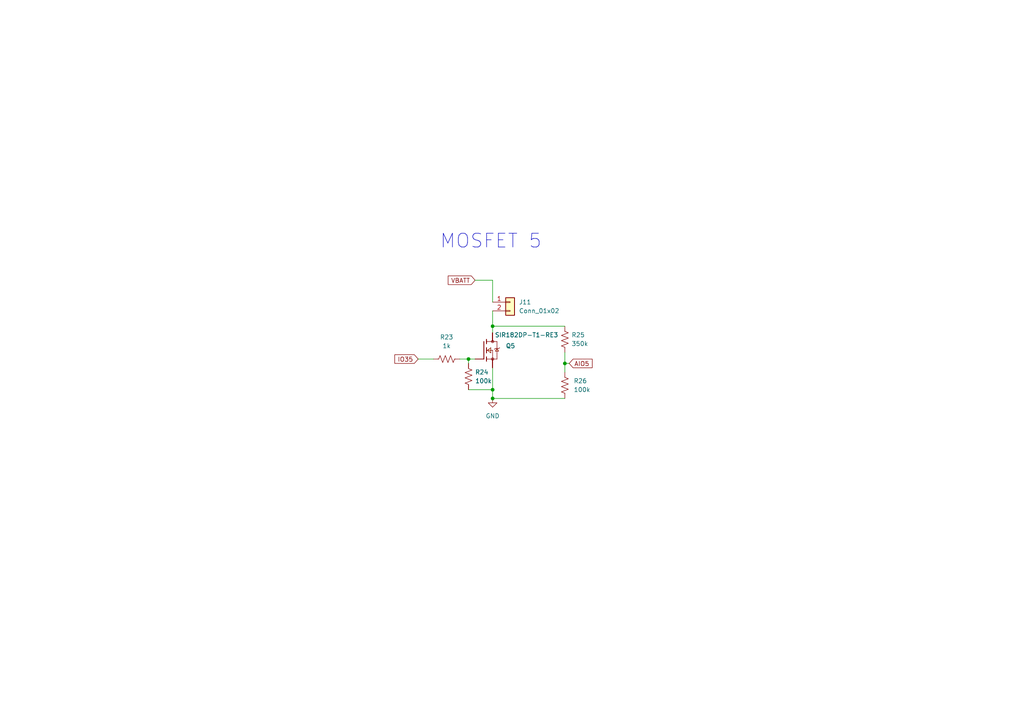
<source format=kicad_sch>
(kicad_sch (version 20211123) (generator eeschema)
  (paper "A4")
  (lib_symbols
    (symbol "Connector_Generic:Conn_01x02" (pin_names (offset 1.016) hide)
      (property "Reference" "J" (at 0 2.54 0))
      (property "Value" "Conn_01x02" (at 0 -5.08 0))
      (symbol "Conn_01x02_1_1"
        (rectangle (start -1.27 -2.413) (end 0 -2.667) (stroke (width 0.1524)))
        (rectangle (start -1.27 0.127) (end 0 -0.127) (stroke (width 0.1524)))
        (rectangle (start -1.27 1.27) (end 1.27 -3.81) (stroke (width 0.254)) (fill (type background)))
        (pin passive line (at -5.08 0 0) (length 3.81) (name "Pin_1") (number "1"))
        (pin passive line (at -5.08 -2.54 0) (length 3.81) (name "Pin_2") (number "2"))
      )
    )
    (symbol "Device:R_US" (pin_numbers hide) (pin_names (offset 0))
      (property "Reference" "R" (at 2.54 0 90))
      (property "Value" "R_US" (at -2.54 0 90))
      (symbol "R_US_0_1"
        (polyline (pts (xy 0 -2.286) (xy 0 -2.54)))
        (polyline (pts (xy 0 2.286) (xy 0 2.54)))
        (polyline (pts (xy 0 -0.762) (xy 1.016 -1.143) (xy 0 -1.524) (xy -1.016 -1.905) (xy 0 -2.286)))
        (polyline (pts (xy 0 0.762) (xy 1.016 0.381) (xy 0 0) (xy -1.016 -0.381) (xy 0 -0.762)))
        (polyline (pts (xy 0 2.286) (xy 1.016 1.905) (xy 0 1.524) (xy -1.016 1.143) (xy 0 0.762)))
      )
      (symbol "R_US_1_1"
        (pin passive line (at 0 3.81 270) (length 1.27) (name "~") (number "1"))
        (pin passive line (at 0 -3.81 90) (length 1.27) (name "~") (number "2"))
      )
    )
    (symbol "SIR182DP-T1-RE3:SIR182DP-T1-RE3" (pin_numbers hide) (pin_names (offset 1.016) hide)
      (property "Reference" "Q" (at -8.89 2.54 0))
      (property "Value" "SIR182DP-T1-RE3" (at 12.7 -3.81 0))
      (symbol "SIR182DP-T1-RE3_0_0"
        (polyline (pts (xy 0 2.54) (xy 0 -2.54)) (stroke (width 0.254)))
        (polyline (pts (xy 0.762 -2.54) (xy 0.762 -3.175)) (stroke (width 0.254)))
        (polyline (pts (xy 0.762 -1.905) (xy 0.762 -2.54)) (stroke (width 0.254)))
        (polyline (pts (xy 0.762 0) (xy 0.762 -0.762)) (stroke (width 0.254)))
        (polyline (pts (xy 0.762 0) (xy 2.54 0)) (stroke (width 0.1524)))
        (polyline (pts (xy 0.762 0.762) (xy 0.762 0)) (stroke (width 0.254)))
        (polyline (pts (xy 0.762 2.54) (xy 0.762 1.905)) (stroke (width 0.254)))
        (polyline (pts (xy 0.762 2.54) (xy 3.81 2.54)) (stroke (width 0.1524)))
        (polyline (pts (xy 0.762 3.175) (xy 0.762 2.54)) (stroke (width 0.254)))
        (polyline (pts (xy 2.54 -2.54) (xy 0.762 -2.54)) (stroke (width 0.1524)))
        (polyline (pts (xy 2.54 -2.54) (xy 3.81 -2.54)) (stroke (width 0.1524)))
        (polyline (pts (xy 2.54 0) (xy 2.54 -2.54)) (stroke (width 0.1524)))
        (polyline (pts (xy 3.302 0.508) (xy 3.048 0.254)) (stroke (width 0.1524)))
        (polyline (pts (xy 3.81 0.508) (xy 3.302 0.508)) (stroke (width 0.1524)))
        (polyline (pts (xy 3.81 0.508) (xy 3.81 -2.54)) (stroke (width 0.1524)))
        (polyline (pts (xy 3.81 2.54) (xy 3.81 0.508)) (stroke (width 0.1524)))
        (polyline (pts (xy 4.318 0.508) (xy 3.81 0.508)) (stroke (width 0.1524)))
        (polyline (pts (xy 4.572 0.762) (xy 4.318 0.508)) (stroke (width 0.1524)))
        (polyline (pts (xy 1.016 0) (xy 2.032 0.762) (xy 2.032 -0.762) (xy 1.016 0)) (stroke (width 0.1524)) (fill (type background)))
        (polyline (pts (xy 3.81 0.508) (xy 3.302 -0.254) (xy 4.318 -0.254) (xy 3.81 0.508)) (stroke (width 0.1524)) (fill (type background)))
        (circle (center 2.54 -2.54) (radius 0.3556))
        (circle (center 2.54 2.54) (radius 0.3556))
        (pin passive line (at 2.54 -5.08 90) (length 2.54) (name "~") (number "1"))
        (pin passive line (at 2.54 -5.08 90) (length 2.54) (name "~") (number "2"))
        (pin passive line (at 2.54 -5.08 90) (length 2.54) (name "~") (number "3"))
        (pin passive line (at -2.54 -2.54 0) (length 2.54) (name "~") (number "4"))
        (pin passive line (at 2.54 5.08 270) (length 2.54) (name "~") (number "5"))
        (pin passive line (at 2.54 5.08 270) (length 2.54) (name "~") (number "6"))
        (pin passive line (at 2.54 5.08 270) (length 2.54) (name "~") (number "7"))
        (pin passive line (at 2.54 5.08 270) (length 2.54) (name "~") (number "8"))
        (pin passive line (at 2.54 5.08 270) (length 2.54) (name "~") (number "9"))
      )
    )
    (symbol "power:GND" (power) (pin_names (offset 0))
      (property "Value" "GND" (at 0 -3.81 0))
      (symbol "GND_0_1"
        (polyline (pts (xy 0 0) (xy 0 -1.27) (xy 1.27 -1.27) (xy 0 -2.54) (xy -1.27 -1.27) (xy 0 -1.27)))
      )
      (symbol "GND_1_1"
        (pin power_in line (at 0 0 270) (length 0) hide (name "GND") (number "1"))
      )
    )
  )
  (junction (at 142.875 94.615))
  (junction (at 135.89 104.14))
  (junction (at 142.875 113.03))
  (junction (at 142.875 115.57))
  (junction (at 163.83 105.41))
  (wire (pts (xy 163.83 105.41) (xy 163.83 107.95)))
  (wire (pts (xy 142.875 94.615) (xy 163.83 94.615)))
  (wire (pts (xy 163.83 102.235) (xy 163.83 105.41)))
  (wire (pts (xy 135.89 104.14) (xy 137.795 104.14)))
  (wire (pts (xy 142.875 90.17) (xy 142.875 94.615)))
  (wire (pts (xy 142.875 94.615) (xy 142.875 96.52)))
  (wire (pts (xy 142.875 113.03) (xy 142.875 115.57)))
  (wire (pts (xy 135.89 104.14) (xy 135.89 105.41)))
  (wire (pts (xy 163.83 105.41) (xy 165.1 105.41)))
  (wire (pts (xy 163.83 115.57) (xy 142.875 115.57)))
  (wire (pts (xy 137.795 81.28) (xy 142.875 81.28)))
  (wire (pts (xy 133.35 104.14) (xy 135.89 104.14)))
  (wire (pts (xy 121.285 104.14) (xy 125.73 104.14)))
  (wire (pts (xy 142.875 81.28) (xy 142.875 87.63)))
  (wire (pts (xy 135.89 113.03) (xy 142.875 113.03)))
  (wire (pts (xy 142.875 106.68) (xy 142.875 113.03)))
  (text " MOSFET 5" (at 124.46 72.39 0) (effects (font (size 4 4)) (justify left bottom)))
  (global_label "AIO5" (shape input) (at 165.1 105.41 0) (property "Intersheet References" "${INTERSHEET_REFS}" (effects hide)))
  (global_label "VBATT" (shape input) (at 137.795 81.28 180) (property "Intersheet References" "${INTERSHEET_REFS}" (effects hide)))
  (global_label "IO35" (shape input) (at 121.285 104.14 180) (property "Intersheet References" "${INTERSHEET_REFS}" (effects hide)))
  (symbol (lib_id "Device:R_US") (at 135.89 109.22 180) (unit 1)
    (property "Reference" "R24" (at 137.795 107.9499 0) (effects (justify right)))
    (property "Value" "100k" (at 137.795 110.4899 0) (effects (justify right)))
    (property "Footprint" "Resistor_SMD:R_0603_1608Metric" (effects hide))
  )
  (symbol (lib_id "Device:R_US") (at 163.83 111.76 0) (unit 1)
    (property "Reference" "R26" (at 166.37 110.4899 0) (effects (justify left)))
    (property "Value" "100k" (at 166.37 113.0299 0) (effects (justify left)))
    (property "Footprint" "Resistor_SMD:R_0603_1608Metric" (effects hide))
  )
  (symbol (lib_id "SIR182DP-T1-RE3:SIR182DP-T1-RE3") (at 140.335 101.6 0) (unit 1)
    (property "Reference" "Q5" (at 146.685 100.3299 0) (effects (justify left)))
    (property "Value" "SIR182DP-T1-RE3" (at 143.51 97.155 0) (effects (justify left)))
    (property "Footprint" "Global Footprints:TRANS_SIR182DP-T1-RE3" (effects hide))
    (property "PARTREV" "B" (effects hide))
    (property "MF" "Vishay" (effects hide))
    (property "STANDARD" "Manufacturer Recommendations" (effects hide))
  )
  (symbol (lib_id "Connector_Generic:Conn_01x02") (at 147.955 87.63 0) (unit 1)
    (property "Reference" "J11" (at 150.495 87.6299 0) (effects (justify left)))
    (property "Value" "Conn_01x02" (at 150.495 90.1699 0) (effects (justify left)))
    (property "Footprint" "Global Footprints:OSTT7020150" (effects hide))
  )
  (symbol (lib_id "power:GND") (at 142.875 115.57 0) (unit 1)
    (property "Reference" "#PWR017" (effects hide))
    (property "Value" "GND" (at 142.875 120.65 0))
  )
  (symbol (lib_id "Device:R_US") (at 163.83 98.425 180) (unit 1)
    (property "Reference" "R25" (at 165.735 97.1549 0) (effects (justify right)))
    (property "Value" "350k" (at 165.735 99.6949 0) (effects (justify right)))
    (property "Footprint" "Resistor_SMD:R_0603_1608Metric" (effects hide))
  )
  (symbol (lib_id "Device:R_US") (at 129.54 104.14 270) (unit 1)
    (property "Reference" "R23" (at 129.54 97.79 90))
    (property "Value" "1k" (at 129.54 100.33 90))
    (property "Footprint" "Resistor_SMD:R_0603_1608Metric" (effects hide))
  )
)
</source>
